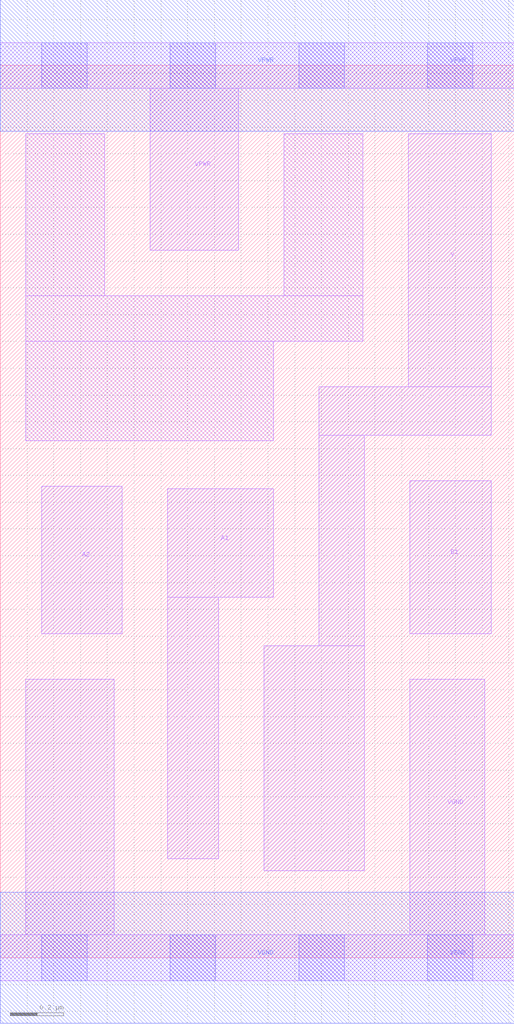
<source format=lef>
# Copyright 2020 The SkyWater PDK Authors
#
# Licensed under the Apache License, Version 2.0 (the "License");
# you may not use this file except in compliance with the License.
# You may obtain a copy of the License at
#
#     https://www.apache.org/licenses/LICENSE-2.0
#
# Unless required by applicable law or agreed to in writing, software
# distributed under the License is distributed on an "AS IS" BASIS,
# WITHOUT WARRANTIES OR CONDITIONS OF ANY KIND, either express or implied.
# See the License for the specific language governing permissions and
# limitations under the License.
#
# SPDX-License-Identifier: Apache-2.0

VERSION 5.7 ;
  NAMESCASESENSITIVE ON ;
  NOWIREEXTENSIONATPIN ON ;
  DIVIDERCHAR "/" ;
  BUSBITCHARS "[]" ;
UNITS
  DATABASE MICRONS 200 ;
END UNITS
MACRO sky130_fd_sc_lp__a21oi_1
  CLASS CORE ;
  SOURCE USER ;
  FOREIGN sky130_fd_sc_lp__a21oi_1 ;
  ORIGIN  0.000000  0.000000 ;
  SIZE  1.920000 BY  3.330000 ;
  SYMMETRY X Y R90 ;
  SITE unit ;
  PIN A1
    ANTENNAGATEAREA  0.315000 ;
    DIRECTION INPUT ;
    USE SIGNAL ;
    PORT
      LAYER li1 ;
        RECT 0.625000 0.370000 0.815000 1.345000 ;
        RECT 0.625000 1.345000 1.020000 1.750000 ;
    END
  END A1
  PIN A2
    ANTENNAGATEAREA  0.315000 ;
    DIRECTION INPUT ;
    USE SIGNAL ;
    PORT
      LAYER li1 ;
        RECT 0.155000 1.210000 0.455000 1.760000 ;
    END
  END A2
  PIN B1
    ANTENNAGATEAREA  0.315000 ;
    DIRECTION INPUT ;
    USE SIGNAL ;
    PORT
      LAYER li1 ;
        RECT 1.530000 1.210000 1.835000 1.780000 ;
    END
  END B1
  PIN Y
    ANTENNADIFFAREA  0.661500 ;
    DIRECTION OUTPUT ;
    USE SIGNAL ;
    PORT
      LAYER li1 ;
        RECT 0.985000 0.325000 1.360000 1.165000 ;
        RECT 1.190000 1.165000 1.360000 1.950000 ;
        RECT 1.190000 1.950000 1.835000 2.130000 ;
        RECT 1.525000 2.130000 1.835000 3.075000 ;
    END
  END Y
  PIN VGND
    DIRECTION INOUT ;
    USE GROUND ;
    PORT
      LAYER li1 ;
        RECT 0.000000 -0.085000 1.920000 0.085000 ;
        RECT 0.095000  0.085000 0.425000 1.040000 ;
        RECT 1.530000  0.085000 1.810000 1.040000 ;
      LAYER mcon ;
        RECT 0.155000 -0.085000 0.325000 0.085000 ;
        RECT 0.635000 -0.085000 0.805000 0.085000 ;
        RECT 1.115000 -0.085000 1.285000 0.085000 ;
        RECT 1.595000 -0.085000 1.765000 0.085000 ;
      LAYER met1 ;
        RECT 0.000000 -0.245000 1.920000 0.245000 ;
    END
  END VGND
  PIN VPWR
    DIRECTION INOUT ;
    USE POWER ;
    PORT
      LAYER li1 ;
        RECT 0.000000 3.245000 1.920000 3.415000 ;
        RECT 0.560000 2.640000 0.890000 3.245000 ;
      LAYER mcon ;
        RECT 0.155000 3.245000 0.325000 3.415000 ;
        RECT 0.635000 3.245000 0.805000 3.415000 ;
        RECT 1.115000 3.245000 1.285000 3.415000 ;
        RECT 1.595000 3.245000 1.765000 3.415000 ;
      LAYER met1 ;
        RECT 0.000000 3.085000 1.920000 3.575000 ;
    END
  END VPWR
  OBS
    LAYER li1 ;
      RECT 0.095000 1.930000 1.020000 2.300000 ;
      RECT 0.095000 2.300000 1.355000 2.470000 ;
      RECT 0.095000 2.470000 0.390000 3.075000 ;
      RECT 1.060000 2.470000 1.355000 3.075000 ;
  END
END sky130_fd_sc_lp__a21oi_1

</source>
